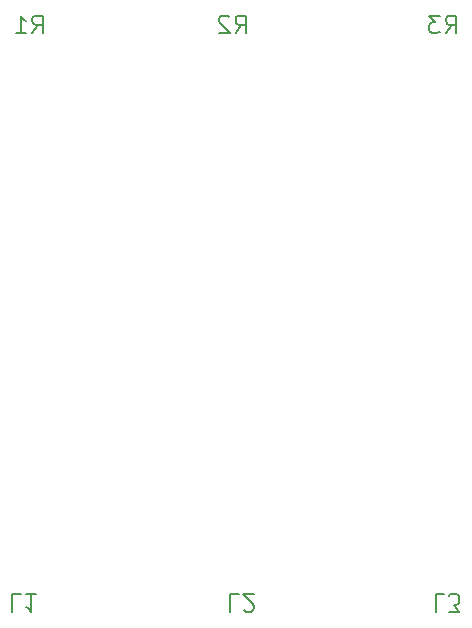
<source format=gbr>
G04 #@! TF.GenerationSoftware,KiCad,Pcbnew,9.0.2*
G04 #@! TF.CreationDate,2025-10-23T20:16:50-04:00*
G04 #@! TF.ProjectId,Trackball,54726163-6b62-4616-9c6c-2e6b69636164,rev?*
G04 #@! TF.SameCoordinates,Original*
G04 #@! TF.FileFunction,Legend,Bot*
G04 #@! TF.FilePolarity,Positive*
%FSLAX46Y46*%
G04 Gerber Fmt 4.6, Leading zero omitted, Abs format (unit mm)*
G04 Created by KiCad (PCBNEW 9.0.2) date 2025-10-23 20:16:50*
%MOMM*%
%LPD*%
G01*
G04 APERTURE LIST*
%ADD10C,0.200000*%
G04 APERTURE END LIST*
D10*
X-371993Y-105293971D02*
X-1086279Y-105293971D01*
X-1086279Y-105293971D02*
X-1086279Y-106793971D01*
X-14850Y-106793971D02*
X913721Y-106793971D01*
X913721Y-106793971D02*
X413721Y-106222542D01*
X413721Y-106222542D02*
X628006Y-106222542D01*
X628006Y-106222542D02*
X770864Y-106151114D01*
X770864Y-106151114D02*
X842292Y-106079685D01*
X842292Y-106079685D02*
X913721Y-105936828D01*
X913721Y-105936828D02*
X913721Y-105579685D01*
X913721Y-105579685D02*
X842292Y-105436828D01*
X842292Y-105436828D02*
X770864Y-105365400D01*
X770864Y-105365400D02*
X628006Y-105293971D01*
X628006Y-105293971D02*
X199435Y-105293971D01*
X199435Y-105293971D02*
X56578Y-105365400D01*
X56578Y-105365400D02*
X-14850Y-105436828D01*
X-36221993Y-105293971D02*
X-36936279Y-105293971D01*
X-36936279Y-105293971D02*
X-36936279Y-106793971D01*
X-34936278Y-105293971D02*
X-35793421Y-105293971D01*
X-35364850Y-105293971D02*
X-35364850Y-106793971D01*
X-35364850Y-106793971D02*
X-35507707Y-106579685D01*
X-35507707Y-106579685D02*
X-35650564Y-106436828D01*
X-35650564Y-106436828D02*
X-35793421Y-106365400D01*
X-18045863Y-57806028D02*
X-17545863Y-57091742D01*
X-17188720Y-57806028D02*
X-17188720Y-56306028D01*
X-17188720Y-56306028D02*
X-17760149Y-56306028D01*
X-17760149Y-56306028D02*
X-17903006Y-56377457D01*
X-17903006Y-56377457D02*
X-17974435Y-56448885D01*
X-17974435Y-56448885D02*
X-18045863Y-56591742D01*
X-18045863Y-56591742D02*
X-18045863Y-56806028D01*
X-18045863Y-56806028D02*
X-17974435Y-56948885D01*
X-17974435Y-56948885D02*
X-17903006Y-57020314D01*
X-17903006Y-57020314D02*
X-17760149Y-57091742D01*
X-17760149Y-57091742D02*
X-17188720Y-57091742D01*
X-18617292Y-56448885D02*
X-18688720Y-56377457D01*
X-18688720Y-56377457D02*
X-18831578Y-56306028D01*
X-18831578Y-56306028D02*
X-19188720Y-56306028D01*
X-19188720Y-56306028D02*
X-19331578Y-56377457D01*
X-19331578Y-56377457D02*
X-19403006Y-56448885D01*
X-19403006Y-56448885D02*
X-19474435Y-56591742D01*
X-19474435Y-56591742D02*
X-19474435Y-56734600D01*
X-19474435Y-56734600D02*
X-19403006Y-56948885D01*
X-19403006Y-56948885D02*
X-18545863Y-57806028D01*
X-18545863Y-57806028D02*
X-19474435Y-57806028D01*
X-35245863Y-57806028D02*
X-34745863Y-57091742D01*
X-34388720Y-57806028D02*
X-34388720Y-56306028D01*
X-34388720Y-56306028D02*
X-34960149Y-56306028D01*
X-34960149Y-56306028D02*
X-35103006Y-56377457D01*
X-35103006Y-56377457D02*
X-35174435Y-56448885D01*
X-35174435Y-56448885D02*
X-35245863Y-56591742D01*
X-35245863Y-56591742D02*
X-35245863Y-56806028D01*
X-35245863Y-56806028D02*
X-35174435Y-56948885D01*
X-35174435Y-56948885D02*
X-35103006Y-57020314D01*
X-35103006Y-57020314D02*
X-34960149Y-57091742D01*
X-34960149Y-57091742D02*
X-34388720Y-57091742D01*
X-36674435Y-57806028D02*
X-35817292Y-57806028D01*
X-36245863Y-57806028D02*
X-36245863Y-56306028D01*
X-36245863Y-56306028D02*
X-36103006Y-56520314D01*
X-36103006Y-56520314D02*
X-35960149Y-56663171D01*
X-35960149Y-56663171D02*
X-35817292Y-56734600D01*
X-245863Y-57806028D02*
X254136Y-57091742D01*
X611279Y-57806028D02*
X611279Y-56306028D01*
X611279Y-56306028D02*
X39850Y-56306028D01*
X39850Y-56306028D02*
X-103006Y-56377457D01*
X-103006Y-56377457D02*
X-174435Y-56448885D01*
X-174435Y-56448885D02*
X-245863Y-56591742D01*
X-245863Y-56591742D02*
X-245863Y-56806028D01*
X-245863Y-56806028D02*
X-174435Y-56948885D01*
X-174435Y-56948885D02*
X-103006Y-57020314D01*
X-103006Y-57020314D02*
X39850Y-57091742D01*
X39850Y-57091742D02*
X611279Y-57091742D01*
X-745863Y-56306028D02*
X-1674435Y-56306028D01*
X-1674435Y-56306028D02*
X-1174435Y-56877457D01*
X-1174435Y-56877457D02*
X-1388720Y-56877457D01*
X-1388720Y-56877457D02*
X-1531578Y-56948885D01*
X-1531578Y-56948885D02*
X-1603006Y-57020314D01*
X-1603006Y-57020314D02*
X-1674435Y-57163171D01*
X-1674435Y-57163171D02*
X-1674435Y-57520314D01*
X-1674435Y-57520314D02*
X-1603006Y-57663171D01*
X-1603006Y-57663171D02*
X-1531578Y-57734600D01*
X-1531578Y-57734600D02*
X-1388720Y-57806028D01*
X-1388720Y-57806028D02*
X-960149Y-57806028D01*
X-960149Y-57806028D02*
X-817292Y-57734600D01*
X-817292Y-57734600D02*
X-745863Y-57663171D01*
X-17771993Y-105293971D02*
X-18486279Y-105293971D01*
X-18486279Y-105293971D02*
X-18486279Y-106793971D01*
X-17343421Y-106651114D02*
X-17271993Y-106722542D01*
X-17271993Y-106722542D02*
X-17129136Y-106793971D01*
X-17129136Y-106793971D02*
X-16771993Y-106793971D01*
X-16771993Y-106793971D02*
X-16629136Y-106722542D01*
X-16629136Y-106722542D02*
X-16557707Y-106651114D01*
X-16557707Y-106651114D02*
X-16486278Y-106508257D01*
X-16486278Y-106508257D02*
X-16486278Y-106365400D01*
X-16486278Y-106365400D02*
X-16557707Y-106151114D01*
X-16557707Y-106151114D02*
X-17414850Y-105293971D01*
X-17414850Y-105293971D02*
X-16486278Y-105293971D01*
M02*

</source>
